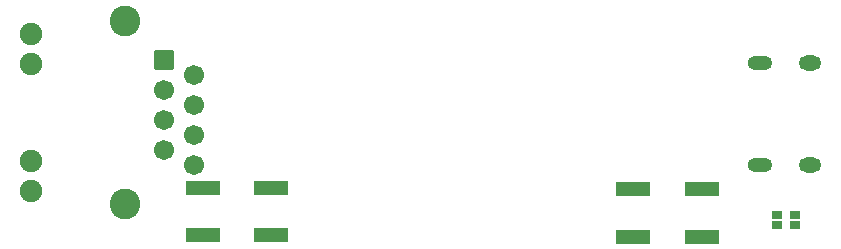
<source format=gbs>
G04 Layer: BottomSolderMaskLayer*
G04 EasyEDA v6.5.42, 2024-05-11 13:27:09*
G04 10a3477ebbee43d283f0b8c4e56f7a31,b9277fd2045942759ab1a28cc0c323af,10*
G04 Gerber Generator version 0.2*
G04 Scale: 100 percent, Rotated: No, Reflected: No *
G04 Dimensions in millimeters *
G04 leading zeros omitted , absolute positions ,4 integer and 5 decimal *
%FSLAX45Y45*%
%MOMM*%

%AMMACRO1*1,1,$1,$2,$3*1,1,$1,$4,$5*1,1,$1,0-$2,0-$3*1,1,$1,0-$4,0-$5*20,1,$1,$2,$3,$4,$5,0*20,1,$1,$4,$5,0-$2,0-$3,0*20,1,$1,0-$2,0-$3,0-$4,0-$5,0*20,1,$1,0-$4,0-$5,$2,$3,0*4,1,4,$2,$3,$4,$5,0-$2,0-$3,0-$4,0-$5,$2,$3,0*%
%ADD10MACRO1,0.1016X0.4X0.325X-0.4X0.325*%
%ADD11MACRO1,0.1016X0.4001X0.3251X-0.4001X0.3251*%
%ADD12MACRO1,0.1016X0.4X0.3251X-0.4X0.3251*%
%ADD13MACRO1,0.1016X1.4X0.5X-1.4X0.5*%
%ADD14MACRO1,0.1016X1.3999X0.5X-1.3999X0.5*%
%ADD15MACRO1,0.1016X0.8X0.8X0.8X-0.8*%
%ADD16C,1.7016*%
%ADD17C,1.9016*%
%ADD18C,2.6016*%
%ADD19O,2.1000212X1.200023*%
%ADD20O,1.9000215999999999X1.3000228*%

%LPD*%
D10*
G01*
X7658907Y5414594D03*
G01*
X7504907Y5414594D03*
D11*
G01*
X7504976Y5329600D03*
D12*
G01*
X7658900Y5329600D03*
D13*
G01*
X6868591Y5635586D03*
D14*
G01*
X6288595Y5635586D03*
D13*
G01*
X6868591Y5235587D03*
D14*
G01*
X6288595Y5235587D03*
D13*
G01*
X3223691Y5648286D03*
D14*
G01*
X2643695Y5648286D03*
D13*
G01*
X3223691Y5248287D03*
D14*
G01*
X2643695Y5248287D03*
D15*
G01*
X2315095Y6731386D03*
D16*
G01*
X2569083Y6604380D03*
G01*
X2315083Y6477380D03*
G01*
X2569083Y6350380D03*
G01*
X2315083Y6223380D03*
G01*
X2569083Y6096380D03*
G01*
X2315083Y5969380D03*
G01*
X2569083Y5842380D03*
D17*
G01*
X1190117Y6948881D03*
G01*
X1190117Y6694881D03*
G01*
X1190117Y5877864D03*
G01*
X1190117Y5623864D03*
D18*
G01*
X1985111Y7060869D03*
G01*
X1985111Y5511876D03*
D19*
G01*
X7361300Y5841288D03*
G01*
X7361300Y6706285D03*
D20*
G01*
X7781315Y5841288D03*
G01*
X7781315Y6706285D03*
M02*

</source>
